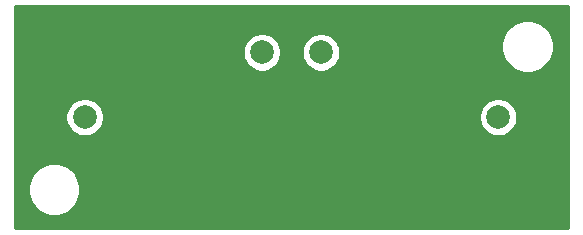
<source format=gbr>
G04 #@! TF.GenerationSoftware,KiCad,Pcbnew,(5.1.5)-3*
G04 #@! TF.CreationDate,2020-05-31T13:11:00+03:00*
G04 #@! TF.ProjectId,voltlog scope shunt,766f6c74-6c6f-4672-9073-636f70652073,rev?*
G04 #@! TF.SameCoordinates,Original*
G04 #@! TF.FileFunction,Copper,L2,Bot*
G04 #@! TF.FilePolarity,Positive*
%FSLAX46Y46*%
G04 Gerber Fmt 4.6, Leading zero omitted, Abs format (unit mm)*
G04 Created by KiCad (PCBNEW (5.1.5)-3) date 2020-05-31 13:11:00*
%MOMM*%
%LPD*%
G04 APERTURE LIST*
%ADD10C,2.000000*%
%ADD11C,0.254000*%
G04 APERTURE END LIST*
D10*
X137000000Y-83000000D03*
X132000000Y-83000000D03*
X152000000Y-88500000D03*
X117000000Y-88500000D03*
D11*
G36*
X157873000Y-97873000D02*
G01*
X111127000Y-97873000D01*
X111127000Y-94379872D01*
X112165000Y-94379872D01*
X112165000Y-94820128D01*
X112250890Y-95251925D01*
X112419369Y-95658669D01*
X112663962Y-96024729D01*
X112975271Y-96336038D01*
X113341331Y-96580631D01*
X113748075Y-96749110D01*
X114179872Y-96835000D01*
X114620128Y-96835000D01*
X115051925Y-96749110D01*
X115458669Y-96580631D01*
X115824729Y-96336038D01*
X116136038Y-96024729D01*
X116380631Y-95658669D01*
X116549110Y-95251925D01*
X116635000Y-94820128D01*
X116635000Y-94379872D01*
X116549110Y-93948075D01*
X116380631Y-93541331D01*
X116136038Y-93175271D01*
X115824729Y-92863962D01*
X115458669Y-92619369D01*
X115051925Y-92450890D01*
X114620128Y-92365000D01*
X114179872Y-92365000D01*
X113748075Y-92450890D01*
X113341331Y-92619369D01*
X112975271Y-92863962D01*
X112663962Y-93175271D01*
X112419369Y-93541331D01*
X112250890Y-93948075D01*
X112165000Y-94379872D01*
X111127000Y-94379872D01*
X111127000Y-88338967D01*
X115365000Y-88338967D01*
X115365000Y-88661033D01*
X115427832Y-88976912D01*
X115551082Y-89274463D01*
X115730013Y-89542252D01*
X115957748Y-89769987D01*
X116225537Y-89948918D01*
X116523088Y-90072168D01*
X116838967Y-90135000D01*
X117161033Y-90135000D01*
X117476912Y-90072168D01*
X117774463Y-89948918D01*
X118042252Y-89769987D01*
X118269987Y-89542252D01*
X118448918Y-89274463D01*
X118572168Y-88976912D01*
X118635000Y-88661033D01*
X118635000Y-88338967D01*
X150365000Y-88338967D01*
X150365000Y-88661033D01*
X150427832Y-88976912D01*
X150551082Y-89274463D01*
X150730013Y-89542252D01*
X150957748Y-89769987D01*
X151225537Y-89948918D01*
X151523088Y-90072168D01*
X151838967Y-90135000D01*
X152161033Y-90135000D01*
X152476912Y-90072168D01*
X152774463Y-89948918D01*
X153042252Y-89769987D01*
X153269987Y-89542252D01*
X153448918Y-89274463D01*
X153572168Y-88976912D01*
X153635000Y-88661033D01*
X153635000Y-88338967D01*
X153572168Y-88023088D01*
X153448918Y-87725537D01*
X153269987Y-87457748D01*
X153042252Y-87230013D01*
X152774463Y-87051082D01*
X152476912Y-86927832D01*
X152161033Y-86865000D01*
X151838967Y-86865000D01*
X151523088Y-86927832D01*
X151225537Y-87051082D01*
X150957748Y-87230013D01*
X150730013Y-87457748D01*
X150551082Y-87725537D01*
X150427832Y-88023088D01*
X150365000Y-88338967D01*
X118635000Y-88338967D01*
X118572168Y-88023088D01*
X118448918Y-87725537D01*
X118269987Y-87457748D01*
X118042252Y-87230013D01*
X117774463Y-87051082D01*
X117476912Y-86927832D01*
X117161033Y-86865000D01*
X116838967Y-86865000D01*
X116523088Y-86927832D01*
X116225537Y-87051082D01*
X115957748Y-87230013D01*
X115730013Y-87457748D01*
X115551082Y-87725537D01*
X115427832Y-88023088D01*
X115365000Y-88338967D01*
X111127000Y-88338967D01*
X111127000Y-82838967D01*
X130365000Y-82838967D01*
X130365000Y-83161033D01*
X130427832Y-83476912D01*
X130551082Y-83774463D01*
X130730013Y-84042252D01*
X130957748Y-84269987D01*
X131225537Y-84448918D01*
X131523088Y-84572168D01*
X131838967Y-84635000D01*
X132161033Y-84635000D01*
X132476912Y-84572168D01*
X132774463Y-84448918D01*
X133042252Y-84269987D01*
X133269987Y-84042252D01*
X133448918Y-83774463D01*
X133572168Y-83476912D01*
X133635000Y-83161033D01*
X133635000Y-82838967D01*
X135365000Y-82838967D01*
X135365000Y-83161033D01*
X135427832Y-83476912D01*
X135551082Y-83774463D01*
X135730013Y-84042252D01*
X135957748Y-84269987D01*
X136225537Y-84448918D01*
X136523088Y-84572168D01*
X136838967Y-84635000D01*
X137161033Y-84635000D01*
X137476912Y-84572168D01*
X137774463Y-84448918D01*
X138042252Y-84269987D01*
X138269987Y-84042252D01*
X138448918Y-83774463D01*
X138572168Y-83476912D01*
X138635000Y-83161033D01*
X138635000Y-82838967D01*
X138572168Y-82523088D01*
X138471425Y-82279872D01*
X152265000Y-82279872D01*
X152265000Y-82720128D01*
X152350890Y-83151925D01*
X152519369Y-83558669D01*
X152763962Y-83924729D01*
X153075271Y-84236038D01*
X153441331Y-84480631D01*
X153848075Y-84649110D01*
X154279872Y-84735000D01*
X154720128Y-84735000D01*
X155151925Y-84649110D01*
X155558669Y-84480631D01*
X155924729Y-84236038D01*
X156236038Y-83924729D01*
X156480631Y-83558669D01*
X156649110Y-83151925D01*
X156735000Y-82720128D01*
X156735000Y-82279872D01*
X156649110Y-81848075D01*
X156480631Y-81441331D01*
X156236038Y-81075271D01*
X155924729Y-80763962D01*
X155558669Y-80519369D01*
X155151925Y-80350890D01*
X154720128Y-80265000D01*
X154279872Y-80265000D01*
X153848075Y-80350890D01*
X153441331Y-80519369D01*
X153075271Y-80763962D01*
X152763962Y-81075271D01*
X152519369Y-81441331D01*
X152350890Y-81848075D01*
X152265000Y-82279872D01*
X138471425Y-82279872D01*
X138448918Y-82225537D01*
X138269987Y-81957748D01*
X138042252Y-81730013D01*
X137774463Y-81551082D01*
X137476912Y-81427832D01*
X137161033Y-81365000D01*
X136838967Y-81365000D01*
X136523088Y-81427832D01*
X136225537Y-81551082D01*
X135957748Y-81730013D01*
X135730013Y-81957748D01*
X135551082Y-82225537D01*
X135427832Y-82523088D01*
X135365000Y-82838967D01*
X133635000Y-82838967D01*
X133572168Y-82523088D01*
X133448918Y-82225537D01*
X133269987Y-81957748D01*
X133042252Y-81730013D01*
X132774463Y-81551082D01*
X132476912Y-81427832D01*
X132161033Y-81365000D01*
X131838967Y-81365000D01*
X131523088Y-81427832D01*
X131225537Y-81551082D01*
X130957748Y-81730013D01*
X130730013Y-81957748D01*
X130551082Y-82225537D01*
X130427832Y-82523088D01*
X130365000Y-82838967D01*
X111127000Y-82838967D01*
X111127000Y-79127000D01*
X157873000Y-79127000D01*
X157873000Y-97873000D01*
G37*
X157873000Y-97873000D02*
X111127000Y-97873000D01*
X111127000Y-94379872D01*
X112165000Y-94379872D01*
X112165000Y-94820128D01*
X112250890Y-95251925D01*
X112419369Y-95658669D01*
X112663962Y-96024729D01*
X112975271Y-96336038D01*
X113341331Y-96580631D01*
X113748075Y-96749110D01*
X114179872Y-96835000D01*
X114620128Y-96835000D01*
X115051925Y-96749110D01*
X115458669Y-96580631D01*
X115824729Y-96336038D01*
X116136038Y-96024729D01*
X116380631Y-95658669D01*
X116549110Y-95251925D01*
X116635000Y-94820128D01*
X116635000Y-94379872D01*
X116549110Y-93948075D01*
X116380631Y-93541331D01*
X116136038Y-93175271D01*
X115824729Y-92863962D01*
X115458669Y-92619369D01*
X115051925Y-92450890D01*
X114620128Y-92365000D01*
X114179872Y-92365000D01*
X113748075Y-92450890D01*
X113341331Y-92619369D01*
X112975271Y-92863962D01*
X112663962Y-93175271D01*
X112419369Y-93541331D01*
X112250890Y-93948075D01*
X112165000Y-94379872D01*
X111127000Y-94379872D01*
X111127000Y-88338967D01*
X115365000Y-88338967D01*
X115365000Y-88661033D01*
X115427832Y-88976912D01*
X115551082Y-89274463D01*
X115730013Y-89542252D01*
X115957748Y-89769987D01*
X116225537Y-89948918D01*
X116523088Y-90072168D01*
X116838967Y-90135000D01*
X117161033Y-90135000D01*
X117476912Y-90072168D01*
X117774463Y-89948918D01*
X118042252Y-89769987D01*
X118269987Y-89542252D01*
X118448918Y-89274463D01*
X118572168Y-88976912D01*
X118635000Y-88661033D01*
X118635000Y-88338967D01*
X150365000Y-88338967D01*
X150365000Y-88661033D01*
X150427832Y-88976912D01*
X150551082Y-89274463D01*
X150730013Y-89542252D01*
X150957748Y-89769987D01*
X151225537Y-89948918D01*
X151523088Y-90072168D01*
X151838967Y-90135000D01*
X152161033Y-90135000D01*
X152476912Y-90072168D01*
X152774463Y-89948918D01*
X153042252Y-89769987D01*
X153269987Y-89542252D01*
X153448918Y-89274463D01*
X153572168Y-88976912D01*
X153635000Y-88661033D01*
X153635000Y-88338967D01*
X153572168Y-88023088D01*
X153448918Y-87725537D01*
X153269987Y-87457748D01*
X153042252Y-87230013D01*
X152774463Y-87051082D01*
X152476912Y-86927832D01*
X152161033Y-86865000D01*
X151838967Y-86865000D01*
X151523088Y-86927832D01*
X151225537Y-87051082D01*
X150957748Y-87230013D01*
X150730013Y-87457748D01*
X150551082Y-87725537D01*
X150427832Y-88023088D01*
X150365000Y-88338967D01*
X118635000Y-88338967D01*
X118572168Y-88023088D01*
X118448918Y-87725537D01*
X118269987Y-87457748D01*
X118042252Y-87230013D01*
X117774463Y-87051082D01*
X117476912Y-86927832D01*
X117161033Y-86865000D01*
X116838967Y-86865000D01*
X116523088Y-86927832D01*
X116225537Y-87051082D01*
X115957748Y-87230013D01*
X115730013Y-87457748D01*
X115551082Y-87725537D01*
X115427832Y-88023088D01*
X115365000Y-88338967D01*
X111127000Y-88338967D01*
X111127000Y-82838967D01*
X130365000Y-82838967D01*
X130365000Y-83161033D01*
X130427832Y-83476912D01*
X130551082Y-83774463D01*
X130730013Y-84042252D01*
X130957748Y-84269987D01*
X131225537Y-84448918D01*
X131523088Y-84572168D01*
X131838967Y-84635000D01*
X132161033Y-84635000D01*
X132476912Y-84572168D01*
X132774463Y-84448918D01*
X133042252Y-84269987D01*
X133269987Y-84042252D01*
X133448918Y-83774463D01*
X133572168Y-83476912D01*
X133635000Y-83161033D01*
X133635000Y-82838967D01*
X135365000Y-82838967D01*
X135365000Y-83161033D01*
X135427832Y-83476912D01*
X135551082Y-83774463D01*
X135730013Y-84042252D01*
X135957748Y-84269987D01*
X136225537Y-84448918D01*
X136523088Y-84572168D01*
X136838967Y-84635000D01*
X137161033Y-84635000D01*
X137476912Y-84572168D01*
X137774463Y-84448918D01*
X138042252Y-84269987D01*
X138269987Y-84042252D01*
X138448918Y-83774463D01*
X138572168Y-83476912D01*
X138635000Y-83161033D01*
X138635000Y-82838967D01*
X138572168Y-82523088D01*
X138471425Y-82279872D01*
X152265000Y-82279872D01*
X152265000Y-82720128D01*
X152350890Y-83151925D01*
X152519369Y-83558669D01*
X152763962Y-83924729D01*
X153075271Y-84236038D01*
X153441331Y-84480631D01*
X153848075Y-84649110D01*
X154279872Y-84735000D01*
X154720128Y-84735000D01*
X155151925Y-84649110D01*
X155558669Y-84480631D01*
X155924729Y-84236038D01*
X156236038Y-83924729D01*
X156480631Y-83558669D01*
X156649110Y-83151925D01*
X156735000Y-82720128D01*
X156735000Y-82279872D01*
X156649110Y-81848075D01*
X156480631Y-81441331D01*
X156236038Y-81075271D01*
X155924729Y-80763962D01*
X155558669Y-80519369D01*
X155151925Y-80350890D01*
X154720128Y-80265000D01*
X154279872Y-80265000D01*
X153848075Y-80350890D01*
X153441331Y-80519369D01*
X153075271Y-80763962D01*
X152763962Y-81075271D01*
X152519369Y-81441331D01*
X152350890Y-81848075D01*
X152265000Y-82279872D01*
X138471425Y-82279872D01*
X138448918Y-82225537D01*
X138269987Y-81957748D01*
X138042252Y-81730013D01*
X137774463Y-81551082D01*
X137476912Y-81427832D01*
X137161033Y-81365000D01*
X136838967Y-81365000D01*
X136523088Y-81427832D01*
X136225537Y-81551082D01*
X135957748Y-81730013D01*
X135730013Y-81957748D01*
X135551082Y-82225537D01*
X135427832Y-82523088D01*
X135365000Y-82838967D01*
X133635000Y-82838967D01*
X133572168Y-82523088D01*
X133448918Y-82225537D01*
X133269987Y-81957748D01*
X133042252Y-81730013D01*
X132774463Y-81551082D01*
X132476912Y-81427832D01*
X132161033Y-81365000D01*
X131838967Y-81365000D01*
X131523088Y-81427832D01*
X131225537Y-81551082D01*
X130957748Y-81730013D01*
X130730013Y-81957748D01*
X130551082Y-82225537D01*
X130427832Y-82523088D01*
X130365000Y-82838967D01*
X111127000Y-82838967D01*
X111127000Y-79127000D01*
X157873000Y-79127000D01*
X157873000Y-97873000D01*
M02*

</source>
